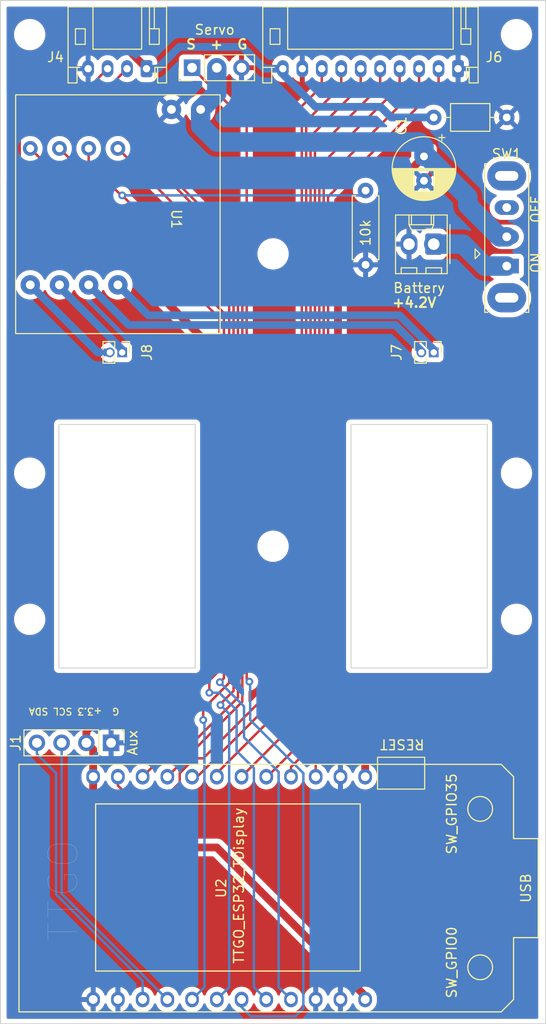
<source format=kicad_pcb>
(kicad_pcb (version 20211014) (generator pcbnew)
  (layers (0 "F.Cu" signal) (31 "B.Cu" signal) (34 "B.Paste" user) (35 "F.Paste" user) (36 "B.SilkS" user "B.Silkscreen") (37 "F.SilkS" user "F.Silkscreen") (38 "B.Mask" user) (39 "F.Mask" user) (44 "Edge.Cuts" user))
  (net 0 "")
  (net 1 "GPIO12")
  (net 2 "GPIO21")
  (net 3 "GPIO17")
  (net 4 "GPIO36")
  (net 5 "GND")
  (net 6 "GPIO22")
  (net 7 "GPIO2")
  (net 8 "GPIO15")
  (net 9 "GPIO13")
  (net 10 "+BATT")
  (net 11 "GPIO27")
  (net 12 "GPIO26")
  (net 13 "GPIO25")
  (net 14 "GPIO33")
  (net 15 "GPIO32")
  (net 16 "GPIO39")
  (net 17 "GPIO38")
  (net 18 "GPIO37")
  (net 19 "+3.3V")
  (net 20 "Net-(J7-Pad1)")
  (net 21 "Net-(J7-Pad2)")
  (net 22 "Net-(J8-Pad1)")
  (net 23 "Net-(J8-Pad2)")
  (net 24 "Net-(SW1-Pad1)")
  (footprint "Connector_PinHeader_1.27mm:PinHeader_1x02_P1.27mm_Vertical" (layer "F.Cu") (at 131.5 118.11 -90)
    (fp_text reference "J7" (at 0 3.81 90) (layer "F.SilkS"))
    (fp_text value "Motor L2" hide)
    (fp_line (start -1.11 0) (end -1.11 -0.76) (layer "F.SilkS") (width 0.12))
    (fp_line (start 0.30753 1.965) (end 1.11 1.965) (layer "F.SilkS") (width 0.12))
    (fp_line (start -1.11 0.76) (end -0.563471 0.76) (layer "F.SilkS") (width 0.12))
    (fp_line (start -1.11 -0.76) (end 0 -0.76) (layer "F.SilkS") (width 0.12))
    (fp_line (start 0.563471 0.76) (end 1.11 0.76) (layer "F.SilkS") (width 0.12))
    (fp_line (start -1.11 0.76) (end -1.11 1.965) (layer "F.SilkS") (width 0.12))
    (fp_line (start 1.11 0.76) (end 1.11 1.965) (layer "F.SilkS") (width 0.12))
    (fp_line (start -1.11 1.965) (end -0.30753 1.965) (layer "F.SilkS") (width 0.12))
    (pad "1" thru_hole rect (at 0 0 270) (size 1 1) (drill 0.65) (layers *.Cu *.Mask) (net 20 "Net-(J7-Pad1)"))
    (pad "2" thru_hole oval (at 0 1.27 270) (size 1 1) (drill 0.65) (layers *.Cu *.Mask) (net 21 "Net-(J7-Pad2)"))
  )
  (footprint "Connector_PinHeader_2.54mm:PinHeader_1x03_P2.54mm_Vertical" (layer "F.Cu") (at 106.68 88.9 90)
    (fp_text reference "J2" hide)
    (fp_text value "Servo" (at 3.9 2.32 180) (layer "F.SilkS"))
    (fp_line (start -1.33 1.27) (end 1.33 1.27) (layer "F.SilkS") (width 0.12))
    (fp_line (start -1.33 -1.33) (end 0 -1.33) (layer "F.SilkS") (width 0.12))
    (fp_line (start 1.33 1.27) (end 1.33 6.41) (layer "F.SilkS") (width 0.12))
    (fp_line (start -1.33 1.27) (end -1.33 6.41) (layer "F.SilkS") (width 0.12))
    (fp_line (start -1.33 6.41) (end 1.33 6.41) (layer "F.SilkS") (width 0.12))
    (fp_line (start -1.33 0) (end -1.33 -1.33) (layer "F.SilkS") (width 0.12))
    (pad "1" thru_hole rect (at 0 0 90) (size 1.7 1.7) (drill 1) (layers *.Cu *.Mask) (net 8 "GPIO15"))
    (pad "2" thru_hole oval (at 0 2.54 90) (size 1.7 1.7) (drill 1) (layers *.Cu *.Mask) (net 10 "+BATT"))
    (pad "3" thru_hole oval (at 0 5.08 90) (size 1.7 1.7) (drill 1) (layers *.Cu *.Mask) (net 5 "GND"))
  )
  (footprint "MountingHole:MountingHole_2.2mm_M2" (layer "F.Cu") (at 115 138)
    (fp_text reference "REFholecentre" hide)
    (fp_text value locked "MountingHole_2.2mm_M2" hide)
    (pad "" np_thru_hole circle locked (at 0 0) (size 2.2 2.2) (drill 2.2) (layers *.Cu *.Mask))
  )
  (footprint "ttgo-tdisplay-kicad:TTGO_ESP32_TDisplay_New" (layer "F.Cu") (at 110.49 173.079553 90)
    (fp_text reference "U2" (at -0.011 -0.819 90) (layer "F.SilkS"))
    (fp_text value "TTGO_ESP32_TDisplay" (at 0.25 1 90) (layer "F.SilkS"))
    (fp_text user "USB" (at 0 30.48 90 unlocked) (layer "F.SilkS"))
    (fp_text user "SW_GPIO35" (at 7.62 22.86 90 unlocked) (layer "F.SilkS"))
    (fp_text user "SW_GPIO0" (at -7.62 22.86 90 unlocked) (layer "F.SilkS"))
    (fp_text user "TTGO" (at -0.254 -17.018 90) (layer "F.SilkS") (effects (font (size 3 3) (thickness 0.015))))
    (fp_text user "RESET" (at 14.75 17.78 180 unlocked) (layer "F.SilkS"))
    (fp_line (start -12.7 -21.59) (end 12.7 -21.59) (layer "F.SilkS") (width 0.127))
    (fp_line (start -5.08 31.75) (end -5.08 29.21) (layer "F.SilkS") (width 0.127))
    (fp_line (start 5.08 29.21) (end 5.08 31.75) (layer "F.SilkS") (width 0.127))
    (fp_line (start -8.509 -13.716) (end 8.636 -13.716) (layer "F.SilkS") (width 0.127))
    (fp_line (start 12.7 27.94) (end 11.43 29.21) (layer "F.SilkS") (width 0.127))
    (fp_line (start 5.08 31.75) (end -5.08 31.75) (layer "F.SilkS") (width 0.127))
    (fp_line (start -11.43 29.21) (end -12.7 27.94) (layer "F.SilkS") (width 0.127))
    (fp_line (start -8.509 13.462) (end -8.509 -13.716) (layer "F.SilkS") (width 0.127))
    (fp_line (start 11.43 29.21) (end 5.08 29.21) (layer "F.SilkS") (width 0.127))
    (fp_line (start -5.08 29.21) (end -11.43 29.21) (layer "F.SilkS") (width 0.127))
    (fp_line (start 8.636 13.462) (end -8.509 13.462) (layer "F.SilkS") (width 0.127))
    (fp_line (start 12.7 -21.59) (end 12.7 27.94) (layer "F.SilkS") (width 0.127))
    (fp_line (start 8.636 -13.716) (end 8.636 13.462) (layer "F.SilkS") (width 0.127))
    (fp_line (start -12.7 27.94) (end -12.7 -21.59) (layer "F.SilkS") (width 0.127))
    (fp_rect (start 10.16 15.24) (end 13.422605 20.081341) (layer "F.SilkS") (width 0.12) (fill none))
    (fp_circle (center 8.128 25.781) (end 9.398 25.781) (layer "F.SilkS") (width 0.127) (fill none))
    (fp_circle (center -8.128 25.781) (end -6.858 25.781) (layer "F.SilkS") (width 0.127) (fill none))
    (pad "1" thru_hole oval (at -11.43 -13.97 90) (size 1.6 1.4) (drill 0.9) (layers *.Cu *.Mask) (net 5 "GND"))
    (pad "2" thru_hole oval (at -11.43 -11.43 90) (size 1.6 1.4) (drill 0.9) (layers *.Cu *.Mask) (net 5 "GND"))
    (pad "3" thru_hole oval (at -11.43 -8.89 90) (size 1.6 1.4) (drill 0.9) (layers *.Cu *.Mask) (net 2 "GPIO21"))
    (pad "4" thru_hole oval (at -11.43 -6.35 90) (size 1.6 1.4) (drill 0.9) (layers *.Cu *.Mask) (net 6 "GPIO22"))
    (pad "5" thru_hole oval (at -11.43 -3.81 90) (size 1.6 1.4) (drill 0.9) (layers *.Cu *.Mask) (net 3 "GPIO17"))
    (pad "6" thru_hole oval (at -11.43 -1.27 90) (size 1.6 1.4) (drill 0.9) (layers *.Cu *.Mask) (net 7 "GPIO2"))
    (pad "7" thru_hole oval (at -11.43 1.27 90) (size 1.6 1.4) (drill 0.9) (layers *.Cu *.Mask) (net 8 "GPIO15"))
    (pad "8" thru_hole oval (at -11.43 3.81 90) (size 1.6 1.4) (drill 0.9) (layers *.Cu *.Mask) (net 9 "GPIO13"))
    (pad "9" thru_hole oval (at -11.43 6.35 90) (size 1.6 1.4) (drill 0.9) (layers *.Cu *.Mask) (net 1 "GPIO12"))
    (pad "10" thru_hole oval (at -11.43 8.89 90) (size 1.6 1.4) (drill 0.9) (layers *.Cu *.Mask) (net 5 "GND"))
    (pad "11" thru_hole oval (at -11.43 11.43 90) (size 1.6 1.4) (drill 0.9) (layers *.Cu *.Mask) (net 5 "GND"))
    (pad "12" thru_hole oval (at -11.43 13.97 90) (size 1.6 1.4) (drill 0.9) (layers *.Cu *.Mask) (net 19 "+3.3V"))
    (pad "13" thru_hole oval (at 11.43 13.97 90) (size 1.6 1.4) (drill 0.9) (layers *.Cu *.Mask) (net 10 "+BATT"))
    (pad "14" thru_hole oval (at 11.43 11.43 90) (size 1.6 1.4) (drill 0.9) (layers *.Cu *.Mask) (net 5 "GND"))
    (pad "15" thru_hole oval (at 11.43 8.89 90) (size 1.6 1.4) (drill 0.9) (layers *.Cu *.Mask) (net 11 "GPIO27"))
    (pad "16" thru_hole oval (at 11.43 6.35 90) (size 1.6 1.4) (drill 0.9) (layers *.Cu *.Mask) (net 12 "GPIO26"))
    (pad "17" thru_hole oval (at 11.43 3.81 90) (size 1.6 1.4) (drill 0.9) (layers *.Cu *.Mask) (net 13 "GPIO25"))
    (pad "18" thru_hole oval (at 11.43 1.27 90) (size 1.6 1.4) (drill 0.9) (layers *.Cu *.Mask) (net 14 "GPIO33"))
    (pad "19" thru_hole oval (at 11.43 -1.27 90) (size 1.6 1.4) (drill 0.9) (layers *.Cu *.Mask) (net 15 "GPIO32"))
    (pad "20" thru_hole oval (at 11.43 -3.81 90) (size 1.6 1.4) (drill 0.9) (layers *.Cu *.Mask) (net 16 "GPIO39"))
    (pad "21" thru_hole oval (at 11.43 -6.35 90) (size 1.6 1.4) (drill 0.9) (layers *.Cu *.Mask) (net 17 "GPIO38"))
    (pad "22" thru_hole oval (at 11.43 -8.89 90) (size 1.6 1.4) (drill 0.9) (layers *.Cu *.Mask) (net 18 "GPIO37"))
    (pad "23" thru_hole oval (at 11.43 -11.43 90) (size 1.6 1.4) (drill 0.9) (layers *.Cu *.Mask) (net 4 "GPIO36"))
    (pad "24" thru_hole oval (at 11.43 -13.97 90) (size 1.6 1.4) (drill 0.9) (layers *.Cu *.Mask) (net 19 "+3.3V"))
  )
  (footprint "Capacitor_THT:C_Axial_L3.8mm_D2.6mm_P7.50mm_Horizontal" (layer "F.Cu") (at 139 94 180)
    (fp_text reference "C2" hide)
    (fp_text value "0.1uF")
    (fp_line (start 5.77 1.42) (end 5.77 -1.42) (layer "F.SilkS") (width 0.12))
    (fp_line (start 1.04 0) (end 1.73 0) (layer "F.SilkS") (width 0.12))
    (fp_line (start 1.73 -1.42) (end 1.73 1.42) (layer "F.SilkS") (width 0.12))
    (fp_line (start 6.46 0) (end 5.77 0) (layer "F.SilkS") (width 0.12))
    (fp_line (start 1.73 1.42) (end 5.77 1.42) (layer "F.SilkS") (width 0.12))
    (fp_line (start 5.77 -1.42) (end 1.73 -1.42) (layer "F.SilkS") (width 0.12))
    (pad "1" thru_hole circle (at 0 0 180) (size 1.6 1.6) (drill 0.8) (layers *.Cu *.Mask) (net 5 "GND"))
    (pad "2" thru_hole oval (at 7.5 0 180) (size 1.6 1.6) (drill 0.8) (layers *.Cu *.Mask) (net 19 "+3.3V"))
  )
  (footprint "Capacitor_THT:CP_Radial_D6.3mm_P2.50mm" (layer "F.Cu") (at 130.5 98 -90)
    (fp_text reference "C1" (at -3.14 2.31 90) (layer "F.SilkS"))
    (fp_text value "330uF")
    (fp_line (start 2.771 -2.856) (end 2.771 -1.04) (layer "F.SilkS") (width 0.12))
    (fp_line (start 2.611 1.04) (end 2.611 2.934) (layer "F.SilkS") (width 0.12))
    (fp_line (start 2.091 1.04) (end 2.091 3.121) (layer "F.SilkS") (width 0.12))
    (fp_line (start 3.731 -2.092) (end 3.731 2.092) (layer "F.SilkS") (width 0.12))
    (fp_line (start 3.011 -2.716) (end 3.011 -1.04) (layer "F.SilkS") (width 0.12))
    (fp_line (start 1.77 1.04) (end 1.77 3.189) (layer "F.SilkS") (width 0.12))
    (fp_line (start 3.251 1.04) (end 3.251 2.548) (layer "F.SilkS") (width 0.12))
    (fp_line (start 1.49 1.04) (end 1.49 3.222) (layer "F.SilkS") (width 0.12))
    (fp_line (start 1.971 -3.15) (end 1.971 -1.04) (layer "F.SilkS") (width 0.12))
    (fp_line (start 1.25 -3.23) (end 1.25 3.23) (layer "F.SilkS") (width 0.12))
    (fp_line (start 2.531 -2.97) (end 2.531 -1.04) (layer "F.SilkS") (width 0.12))
    (fp_line (start 1.69 -3.201) (end 1.69 -1.04) (layer "F.SilkS") (width 0.12))
    (fp_line (start 1.73 1.04) (end 1.73 3.195) (layer "F.SilkS") (width 0.12))
    (fp_line (start 4.211 -1.35) (end 4.211 1.35) (layer "F.SilkS") (width 0.12))
    (fp_line (start 3.131 1.04) (end 3.131 2.636) (layer "F.SilkS") (width 0.12))
    (fp_line (start 1.73 -3.195) (end 1.73 -1.04) (layer "F.SilkS") (width 0.12))
    (fp_line (start 3.451 1.04) (end 3.451 2.38) (layer "F.SilkS") (width 0.12))
    (fp_line (start 4.171 -1.432) (end 4.171 1.432) (layer "F.SilkS") (width 0.12))
    (fp_line (start 3.971 -1.776) (end 3.971 1.776) (layer "F.SilkS") (width 0.12))
    (fp_line (start 2.131 -3.11) (end 2.131 -1.04) (layer "F.SilkS") (width 0.12))
    (fp_line (start 2.931 1.04) (end 2.931 2.766) (layer "F.SilkS") (width 0.12))
    (fp_line (start 1.65 1.04) (end 1.65 3.206) (layer "F.SilkS") (width 0.12))
    (fp_line (start 2.811 1.04) (end 2.811 2.834) (layer "F.SilkS") (width 0.12))
    (fp_line (start 2.491 1.04) (end 2.491 2.986) (layer "F.SilkS") (width 0.12))
    (fp_line (start 3.371 -2.45) (end 3.371 -1.04) (layer "F.SilkS") (width 0.12))
    (fp_line (start 2.731 1.04) (end 2.731 2.876) (layer "F.SilkS") (width 0.12))
    (fp_line (start 1.61 -3.211) (end 1.61 -1.04) (layer "F.SilkS") (width 0.12))
    (fp_line (start 1.81 -3.182) (end 1.81 -1.04) (layer "F.SilkS") (width 0.12))
    (fp_line (start 4.451 -0.633) (end 4.451 0.633) (layer "F.SilkS") (width 0.12))
    (fp_line (start 2.091 -3.121) (end 2.091 -1.04) (layer "F.SilkS") (width 0.12))
    (fp_line (start 2.691 -2.896) (end 2.691 -1.04) (layer "F.SilkS") (width 0.12))
    (fp_line (start 1.77 -3.189) (end 1.77 -1.04) (layer "F.SilkS") (width 0.12))
    (fp_line (start 1.81 1.04) (end 1.81 3.182) (layer "F.SilkS") (width 0.12))
    (fp_line (start 3.331 1.04) (end 3.331 2.484) (layer "F.SilkS") (width 0.12))
    (fp_line (start 2.971 -2.742) (end 2.971 -1.04) (layer "F.SilkS") (width 0.12))
    (fp_line (start 2.211 1.04) (end 2.211 3.086) (layer "F.SilkS") (width 0.12))
    (fp_line (start 3.371 1.04) (end 3.371 2.45) (layer "F.SilkS") (width 0.12))
    (fp_line (start 2.891 -2.79) (end 2.891 -1.04) (layer "F.SilkS") (width 0.12))
    (fp_line (start 3.171 1.04) (end 3.171 2.607) (layer "F.SilkS") (width 0.12))
    (fp_line (start 4.251 -1.262) (end 4.251 1.262) (layer "F.SilkS") (width 0.12))
    (fp_line (start 2.331 -3.047) (end 2.331 -1.04) (layer "F.SilkS") (width 0.12))
    (fp_line (start 3.091 -2.664) (end 3.091 -1.04) (layer "F.SilkS") (width 0.12))
    (fp_line (start -2.250241 -1.839) (end -1.620241 -1.839) (layer "F.SilkS") (width 0.12))
    (fp_line (start 1.61 1.04) (end 1.61 3.211) (layer "F.SilkS") (width 0.12))
    (fp_line (start 3.091 1.04) (end 3.091 2.664) (layer "F.SilkS") (width 0.12))
    (fp_line (start 1.57 -3.215) (end 1.57 -1.04) (layer "F.SilkS") (width 0.12))
    (fp_line (start 1.89 1.04) (end 1.89 3.167) (layer "F.SilkS") (width 0.12))
    (fp_line (start 3.331 -2.484) (end 3.331 -1.04) (layer "F.SilkS") (width 0.12))
    (fp_line (start 3.131 -2.636) (end 3.131 -1.04) (layer "F.SilkS") (width 0.12))
    (fp_line (start 3.291 1.04) (end 3.291 2.516) (layer "F.SilkS") (width 0.12))
    (fp_line (start 2.691 1.04) (end 2.691 2.896) (layer "F.SilkS") (width 0.12))
    (fp_line (start 3.691 -2.137) (end 3.691 2.137) (layer "F.SilkS") (width 0.12))
    (fp_line (start 1.41 -3.227) (end 1.41 3.227) (layer "F.SilkS") (width 0.12))
    (fp_line (start 1.37 -3.228) (end 1.37 3.228) (layer "F.SilkS") (width 0.12))
    (fp_line (start 2.211 -3.086) (end 2.211 -1.04) (layer "F.SilkS") (width 0.12))
    (fp_line (start 2.451 1.04) (end 2.451 3.002) (layer "F.SilkS") (width 0.12))
    (fp_line (start 1.971 1.04) (end 1.971 3.15) (layer "F.SilkS") (width 0.12))
    (fp_line (start 2.651 -2.916) (end 2.651 -1.04) (layer "F.SilkS") (width 0.12))
    (fp_line (start 2.011 1.04) (end 2.011 3.141) (layer "F.SilkS") (width 0.12))
    (fp_line (start 2.891 1.04) (end 2.891 2.79) (layer "F.SilkS") (width 0.12))
    (fp_line (start 3.411 -2.416) (end 3.411 -1.04) (layer "F.SilkS") (width 0.12))
    (fp_line (start 3.491 1.04) (end 3.491 2.343) (layer "F.SilkS") (width 0.12))
    (fp_line (start 1.93 -3.159) (end 1.93 -1.04) (layer "F.SilkS") (width 0.12))
    (fp_line (start 3.811 -1.995) (end 3.811 1.995) (layer "F.SilkS") (width 0.12))
    (fp_line (start 4.331 -1.059) (end 4.331 1.059) (layer "F.SilkS") (width 0.12))
    (fp_line (start 4.091 -1.581) (end 4.091 1.581) (layer "F.SilkS") (width 0.12))
    (fp_line (start 2.051 -3.131) (end 2.051 -1.04) (layer "F.SilkS") (width 0.12))
    (fp_line (start 3.531 1.04) (end 3.531 2.305) (layer "F.SilkS") (width 0.12))
    (fp_line (start 3.851 -1.944) (end 3.851 1.944) (layer "F.SilkS") (width 0.12))
    (fp_line (start 1.93 1.04) (end 1.93 3.159) (layer "F.SilkS") (width 0.12))
    (fp_line (start 3.651 -2.182) (end 3.651 2.182) (layer "F.SilkS") (width 0.12))
    (fp_line (start 2.851 1.04) (end 2.851 2.812) (layer "F.SilkS") (width 0.12))
    (fp_line (start 3.611 -2.224) (end 3.611 2.224) (layer "F.SilkS") (width 0.12))
    (fp_line (start 2.811 -2.834) (end 2.811 -1.04) (layer "F.SilkS") (width 0.12))
    (fp_line (start 2.171 1.04) (end 2.171 3.098) (layer "F.SilkS") (width 0.12))
    (fp_line (start 2.291 -3.061) (end 2.291 -1.04) (layer "F.SilkS") (width 0.12))
    (fp_line (start 3.891 -1.89) (end 3.891 1.89) (layer "F.SilkS") (width 0.12))
    (fp_line (start -1.935241 -2.154) (end -1.935241 -1.524) (layer "F.SilkS") (width 0.12))
    (fp_line (start 2.851 -2.812) (end 2.851 -1.04) (layer "F.SilkS") (width 0.12))
    (fp_line (start 1.53 1.04) (end 1.53 3.218) (layer "F.SilkS") (width 0.12))
    (fp_line (start 3.011 1.04) (end 3.011 2.716) (layer "F.SilkS") (width 0.12))
    (fp_line (start 4.371 -0.94) (end 4.371 0.94) (layer "F.SilkS") (width 0.12))
    (fp_line (start 1.53 -3.218) (end 1.53 -1.04) (layer "F.SilkS") (width 0.12))
    (fp_line (start 2.491 -2.986) (end 2.491 -1.04) (layer "F.SilkS") (width 0.12))
    (fp_line (start 1.33 -3.23) (end 1.33 3.23) (layer "F.SilkS") (width 0.12))
    (fp_line (start 3.171 -2.607) (end 3.171 -1.04) (layer "F.SilkS") (width 0.12))
    (fp_line (start 3.411 1.04) (end 3.411 2.416) (layer "F.SilkS") (width 0.12))
    (fp_line (start 2.411 1.04) (end 2.411 3.018) (layer "F.SilkS") (width 0.12))
    (fp_line (start 3.291 -2.516) (end 3.291 -1.04) (layer "F.SilkS") (width 0.12))
    (fp_line (start 4.491 -0.402) (end 4.491 0.402) (layer "F.SilkS") (width 0.12))
    (fp_line (start 3.771 -2.044) (end 3.771 2.044) (layer "F.SilkS") (width 0.12))
    (fp_line (start 3.491 -2.343) (end 3.491 -1.04) (layer "F.SilkS") (width 0.12))
    (fp_line (start 2.291 1.04) (end 2.291 3.061) (layer "F.SilkS") (width 0.12))
    (fp_line (start 2.571 1.04) (end 2.571 2.952) (layer "F.SilkS") (width 0.12))
    (fp_line (start 3.051 1.04) (end 3.051 2.69) (layer "F.SilkS") (width 0.12))
    (fp_line (start 1.29 -3.23) (end 1.29 3.23) (layer "F.SilkS") (width 0.12))
    (fp_line (start 3.931 -1.834) (end 3.931 1.834) (layer "F.SilkS") (width 0.12))
    (fp_line (start 2.371 1.04) (end 2.371 3.033) (layer "F.SilkS") (width 0.12))
    (fp_line (start 2.531 1.04) (end 2.531 2.97) (layer "F.SilkS") (width 0.12))
    (fp_line (start 2.011 -3.141) (end 2.011 -1.04) (layer "F.SilkS") (width 0.12))
    (fp_line (start 1.45 -3.224) (end 1.45 3.224) (layer "F.SilkS") (width 0.12))
    (fp_line (start 2.371 -3.033) (end 2.371 -1.04) (layer "F.SilkS") (width 0.12))
    (fp_line (start 3.531 -2.305) (end 3.531 -1.04) (layer "F.SilkS") (width 0.12))
    (fp_line (start 3.451 -2.38) (end 3.451 -1.04) (layer "F.SilkS") (width 0.12))
    (fp_line (start 2.771 1.04) (end 2.771 2.856) (layer "F.SilkS") (width 0.12))
    (fp_line (start 2.331 1.04) (end 2.331 3.047) (layer "F.SilkS") (width 0.12))
    (fp_line (start 1.65 -3.206) (end 1.65 -1.04) (layer "F.SilkS") (width 0.12))
    (fp_line (start 2.931 -2.766) (end 2.931 -1.04) (layer "F.SilkS") (width 0.12))
    (fp_line (start 4.131 -1.509) (end 4.131 1.509) (layer "F.SilkS") (width 0.12))
    (fp_line (start 2.611 -2.934) (end 2.611 -1.04) (layer "F.SilkS") (width 0.12))
    (fp_line (start 1.85 -3.175) (end 1.85 -1.04) (layer "F.SilkS") (width 0.12))
    (fp_line (start 2.171 -3.098) (end 2.171 -1.04) (layer "F.SilkS") (width 0.12))
    (fp_line (start 4.051 -1.65) (end 4.051 1.65) (layer "F.SilkS") (width 0.12))
    (fp_line (start 2.051 1.04) (end 2.051 3.131) (layer "F.SilkS") (width 0.12))
    (fp_line (start 1.49 -3.222) (end 1.49 -1.04) (layer "F.SilkS") (width 0.12))
    (fp_line (start 2.571 -2.952) (end 2.571 -1.04) (layer "F.SilkS") (width 0.12))
    (fp_line (start 2.971 1.04) (end 2.971 2.742) (layer "F.SilkS") (width 0.12))
    (fp_line (start 2.731 -2.876) (end 2.731 -1.04) (layer "F.SilkS") (width 0.12))
    (fp_line (start 3.051 -2.69) (end 3.051 -1.04) (layer "F.SilkS") (width 0.12))
    (fp_line (start 2.411 -3.018) (end 2.411 -1.04) (layer "F.SilkS") (width 0.12))
    (fp_line (start 2.251 -3.074) (end 2.251 -1.04) (layer "F.SilkS") (width 0.12))
    (fp_line (start 4.411 -0.802) (end 4.411 0.802) (layer "F.SilkS") (width 0.12))
    (fp_line (start 4.291 -1.165) (end 4.291 1.165) (layer "F.SilkS") (width 0.12))
    (fp_line (start 2.131 1.04) (end 2.131 3.11) (layer "F.SilkS") (width 0.12))
    (fp_line (start 3.211 1.04) (end 3.211 2.578) (layer "F.SilkS") (width 0.12))
    (fp_line (start 2.251 1.04) (end 2.251 3.074) (layer "F.SilkS") (width 0.12))
    (fp_line (start 3.211 -2.578) (end 3.211 -1.04) (layer "F.SilkS") (width 0.12))
    (fp_line (start 1.57 1.04) (end 1.57 3.215) (layer "F.SilkS") (width 0.12))
    (fp_line (start 2.651 1.04) (end 2.651 2.916) (layer "F.SilkS") (width 0.12))
    (fp_line (start 3.571 -2.265) (end 3.571 2.265) (layer "F.SilkS") (width 0.12))
    (fp_line (start 1.69 1.04) (end 1.69 3.201) (layer "F.SilkS") (width 0.12))
    (fp_line (start 1.85 1.04) (end 1.85 3.175) (layer "F.SilkS") (width 0.12))
    (fp_line (start 3.251 -2.548) (end 3.251 -1.04) (layer "F.SilkS") (width 0.12))
    (fp_line (start 1.89 -3.167) (end 1.89 -1.04) (layer "F.SilkS") (width 0.12))
    (fp_line (start 2.451 -3.002) (end 2.451 -1.04) (layer "F.SilkS") (width 0.12))
    (fp_line (start 4.011 -1.714) (end 4.011 1.714) (layer "F.SilkS") (width 0.12))
    (fp_circle (center 1.25 0) (end 4.52 0) (layer "F.SilkS") (width 0.12) (fill none))
    (pad "1" thru_hole rect (at 0 0 270) (size 1.6 1.6) (drill 0.8) (layers *.Cu *.Mask) (net 10 "+BATT"))
    (pad "2" thru_hole circle (at 2.5 0 270) (size 1.6 1.6) (drill 0.8) (layers *.Cu *.Mask) (net 5 "GND"))
  )
  (footprint "Connector_Molex:Molex_KK-254_AE-6410-02A_1x02_P2.54mm_Vertical" (layer "F.Cu") (at 131.5 107 180)
    (fp_text reference "J3" hide)
    (fp_text value "Battery" (at 1.5 -4.5) (layer "F.SilkS"))
    (fp_line (start 0 2.99) (end 0 1.99) (layer "F.SilkS") (width 0.12))
    (fp_line (start 0.25 1.46) (end 2.29 1.46) (layer "F.SilkS") (width 0.12))
    (fp_line (start -1.38 2.99) (end 3.92 2.99) (layer "F.SilkS") (width 0.12))
    (fp_line (start 3.34 -2.43) (end 3.34 -3.03) (layer "F.SilkS") (width 0.12))
    (fp_line (start 2.29 1.46) (end 2.54 1.99) (layer "F.SilkS") (width 0.12))
    (fp_line (start 0.8 -2.43) (end 0.8 -3.03) (layer "F.SilkS") (width 0.12))
    (fp_line (start 2.29 2.99) (end 2.29 1.99) (layer "F.SilkS") (width 0.12))
    (fp_line (start -1.67 -2) (end -1.67 2) (layer "F.SilkS") (width 0.12))
    (fp_line (start -1.38 -3.03) (end -1.38 2.99) (layer "F.SilkS") (width 0.12))
    (fp_line (start 1.74 -3.03) (end 1.74 -2.43) (layer "F.SilkS") (width 0.12))
    (fp_line (start 0 1.99) (end 2.54 1.99) (layer "F.SilkS") (width 0.12))
    (fp_line (start -0.8 -2.43) (end 0.8 -2.43) (layer "F.SilkS") (width 0.12))
    (fp_line (start 0.25 2.99) (end 0.25 1.99) (layer "F.SilkS") (width 0.12))
    (fp_line (start 1.74 -2.43) (end 3.34 -2.43) (layer "F.SilkS") (width 0.12))
    (fp_line (start -0.8 -3.03) (end -0.8 -2.43) (layer "F.SilkS") (width 0.12))
    (fp_line (start 2.54 1.99) (end 2.54 2.99) (layer "F.SilkS") (width 0.12))
    (fp_line (start 0 1.99) (end 0.25 1.46) (layer "F.SilkS") (width 0.12))
    (fp_line (start 3.92 2.99) (end 3.92 -3.03) (layer "F.SilkS") (width 0.12))
    (fp_line (start 3.92 -3.03) (end -1.38 -3.03) (layer "F.SilkS") (width 0.12))
    (pad "1" thru_hole roundrect (at 0 0 180) (size 1.74 2.19) (drill 1.19) (layers *.Cu *.Mask) (roundrect_rratio 0.1436781609) (net 24 "Net-(SW1-Pad1)"))
    (pad "2" thru_hole oval (at 2.54 0 180) (size 1.74 2.19) (drill 1.19) (layers *.Cu *.Mask) (net 5 "GND"))
  )
  (footprint "MountingHole:MountingHole_2.2mm_M2" (layer "F.Cu") (at 90 130.5)
    (fp_text reference "REFleftmf" hide)
    (fp_text value locked "MountingHole_2.2mm_M2" hide)
    (pad "" np_thru_hole circle locked (at 0 0) (size 2.2 2.2) (drill 2.2) (layers *.Cu *.Mask))
  )
  (footprint "MountingHole:MountingHole_2.2mm_M2" (layer "F.Cu") (at 140 85.5)
    (fp_text reference "REFholeright" hide)
    (fp_text value locked "MountingHole_2.2mm_M2" hide)
    (pad "" np_thru_hole circle locked (at 0 0) (size 2.2 2.2) (drill 2.2) (layers *.Cu *.Mask))
  )
  (footprint "MountingHole:MountingHole_2.2mm_M2" (layer "F.Cu") (at 90 145.5)
    (fp_text reference "REFholeftmr" hide)
    (fp_text value locked "MountingHole_2.2mm_M2" hide)
    (pad "" np_thru_hole circle locked (at 0 0) (size 2.2 2.2) (drill 2.2) (layers *.Cu *.Mask))
  )
  (footprint "MountingHole:MountingHole_2.2mm_M2" (layer "F.Cu") (at 115 108)
    (fp_text reference "REFholemidfront" hide)
    (fp_text value locked "MountingHole_2.2mm_M2" hide)
    (pad "" np_thru_hole circle locked (at 0 0) (size 2.2 2.2) (drill 2.2) (layers *.Cu *.Mask))
  )
  (footprint "Connector_JST:JST_PH_S10B-PH-K_1x10_P2.00mm_Horizontal" (layer "F.Cu") (at 134 89 180)
    (fp_text reference "J6" (at -3.7 1.18 180) (layer "F.SilkS"))
    (fp_text value "Sensors")
    (fp_line (start 20.06 -1.46) (end 19.14 -1.46) (layer "F.SilkS") (width 0.12))
    (fp_line (start 19.14 0.14) (end 18.86 0.14) (layer "F.SilkS") (width 0.12))
    (fp_line (start -0.86 0.14) (end -0.86 -1.075) (layer "F.SilkS") (width 0.12))
    (fp_line (start -1.14 0.14) (end -1.14 -1.46) (layer "F.SilkS") (width 0.12))
    (fp_line (start 0.5 6.36) (end 0.5 2) (layer "F.SilkS") (width 0.12))
    (fp_line (start -2.06 6.36) (end 20.06 6.36) (layer "F.SilkS") (width 0.12))
    (fp_line (start 19.14 -1.46) (end 19.14 0.14) (layer "F.SilkS") (width 0.12))
    (fp_line (start -0.3 4.1) (end -0.3 2.5) (layer "F.SilkS") (width 0.12))
    (fp_line (start -0.3 2.5) (end -1.3 2.5) (layer "F.SilkS") (width 0.12))
    (fp_line (start 19.3 2.5) (end 19.3 4.1) (layer "F.SilkS") (width 0.12))
    (fp_line (start -0.86 0.14) (end -1.14 0.14) (layer "F.SilkS") (width 0.12))
    (fp_line (start 19.3 4.1) (end 18.3 4.1) (layer "F.SilkS") (width 0.12))
    (fp_line (start -0.3 4.1) (end -0.3 6.36) (layer "F.SilkS") (width 0.12))
    (fp_line (start 18.3 4.1) (end 18.3 2.5) (layer "F.SilkS") (width 0.12))
    (fp_line (start 20.06 0.14) (end 19.14 0.14) (layer "F.SilkS") (width 0.12))
    (fp_line (start 20.06 6.36) (end 20.06 -1.46) (layer "F.SilkS") (width 0.12))
    (fp_line (start -0.8 4.1) (end -0.8 6.36) (layer "F.SilkS") (width 0.12))
    (fp_line (start 17.5 2) (end 17.5 6.36) (layer "F.SilkS") (width 0.12))
    (fp_line (start -1.3 4.1) (end -0.3 4.1) (layer "F.SilkS") (width 0.12))
    (fp_line (start 18.3 2.5) (end 19.3 2.5) (layer "F.SilkS") (width 0.12))
    (fp_line (start -2.06 -1.46) (end -2.06 6.36) (layer "F.SilkS") (width 0.12))
    (fp_line (start -1.3 2.5) (end -1.3 4.1) (layer "F.SilkS") (width 0.12))
    (fp_line (start -2.06 0.14) (end -1.14 0.14) (layer "F.SilkS") (width 0.12))
    (fp_line (start -1.14 -1.46) (end -2.06 -1.46) (layer "F.SilkS") (width 0.12))
    (fp_line (start 0.5 2) (end 17.5 2) (layer "F.SilkS") (width 0.12))
    (pad "1" thru_hole roundrect (at 0 0 180) (size 1.2 1.75) (drill 0.75) (layers *.Cu *.Mask) (roundrect_rratio 0.208333) (net 5 "GND"))
    (pad "2" thru_hole oval (at 2 0 180) (size 1.2 1.75) (drill 0.75) (layers *.Cu *.Mask) (net 11 "GPIO27"))
    (pad "3" thru_hole oval (at 4 0 180) (size 1.2 1.75) (drill 0.75) (layers *.Cu *.Mask) (net 12 "GPIO26"))
    (pad "4" thru_hole oval (at 6 0 180) (size 1.2 1.75) (drill 0.75) (layers *.Cu *.Mask) (net 13 "GPIO25"))
    (pad "5" thru_hole oval (at 8 0 180) (size 1.2 1.75) (drill 0.75) (layers *.Cu *.Mask) (net 14 "GPIO33"))
    (pad "6" thru_hole oval (at 10 0 180) (size 1.2 1.75) (drill 0.75) (layers *.Cu *.Mask) (net 15 "GPIO32"))
    (pad "7" thru_hole oval (at 12 0 180) (size 1.2 1.75) (drill 0.75) (layers *.Cu *.Mask) (net 16 "GPIO39"))
    (pad "8" thru_hole oval (at 14 0 180) (size 1.2 1.75) (drill 0.75) (layers *.Cu *.Mask) (net 4 "GPIO36"))
    (pad "9" thru_hole oval (at 16 0 180) (size 1.2 1.75) (drill 0.75) (layers *.Cu *.Mask) (net 5 "GND"))
    (pad "10" thru_hole oval (at 18 0 180) (size 1.2 1.75) (drill 0.75) (layers *.Cu *.Mask) (net 19 "+3.3V"))
  )
  (footprint "Connector_PinHeader_2.54mm:PinHeader_1x04_P2.54mm_Vertical" (layer "F.Cu") (at 98.360864 158.173357 -90)
    (fp_text reference "J1" (at 0 9.8 90) (layer "F.SilkS"))
    (fp_text value "Aux" (at 0 -2.2 90) (layer "F.SilkS"))
    (fp_line (start 1.33 1.27) (end 1.33 8.95) (layer "F.SilkS") (width 0.12))
    (fp_line (start -1.33 0) (end -1.33 -1.33) (layer "F.SilkS") (width 0.12))
    (fp_line (start -1.33 1.27) (end 1.33 1.27) (layer "F.SilkS") (width 0.12))
    (fp_line (start -1.33 8.95) (end 1.33 8.95) (layer "F.SilkS") (width 0.12))
    (fp_line (start -1.33 -1.33) (end 0 -1.33) (layer "F.SilkS") (width 0.12))
    (fp_line (start -1.33 1.27) (end -1.33 8.95) (layer "F.SilkS") (width 0.12))
    (pad "1" thru_hole rect (at 0 0 270) (size 1.7 1.7) (drill 1) (layers *.Cu *.Mask) (net 5 "GND"))
    (pad "2" thru_hole oval (at 0 2.54 270) (size 1.7 1.7) (drill 1) (layers *.Cu *.Mask) (net 19 "+3.3V"))
    (pad "3" thru_hole oval (at 0 5.08 270) (size 1.7 1.7) (drill 1) (layers *.Cu *.Mask) (net 6 "GPIO22"))
    (pad "4" thru_hole oval (at 0 7.62 270) (size 1.7 1.7) (drill 1) (layers *.Cu *.Mask) (net 2 "GPIO21"))
  )
  (footprint "MountingHole:MountingHole_2.2mm_M2" (layer "F.Cu") (at 140 130.5)
    (fp_text reference "REFholerightmf" hide)
    (fp_text value locked "MountingHole_2.2mm_M2" hide)
    (pad "" np_thru_hole circle locked (at 0 0) (size 2.2 2.2) (drill 2.2) (layers *.Cu *.Mask))
  )
  (footprint "MountingHole:MountingHole_2.2mm_M2" (layer "F.Cu") (at 140 145.5)
    (fp_text reference "REFholerightmr" hide)
    (fp_text value locked "MountingHole_2.2mm_M2" hide)
    (pad "" np_thru_hole circle locked (at 0 0) (size 2.2 2.2) (drill 2.2) (layers *.Cu *.Mask))
  )
  (footprint "Resistor_THT:R_Axial_DIN0207_L6.3mm_D2.5mm_P7.62mm_Horizontal" (layer "F.Cu") (at 124.5 101.5 -90)
    (fp_text reference "R1" hide)
    (fp_text value "10k" (at 4.334617 0 90) (layer "F.SilkS"))
    (fp_line (start 0.54 -1.37) (end 7.08 -1.37) (layer "F.SilkS") (width 0.12))
    (fp_line (start 0.54 -1.04) (end 0.54 -1.37) (layer "F.SilkS") (width 0.12))
    (fp_line (start 0.54 1.04) (end 0.54 1.37) (layer "F.SilkS") (width 0.12))
    (fp_line (start 0.54 1.37) (end 7.08 1.37) (layer "F.SilkS") (width 0.12))
    (fp_line (start 7.08 -1.37) (end 7.08 -1.04) (layer "F.SilkS") (width 0.12))
    (fp_line (start 7.08 1.37) (end 7.08 1.04) (layer "F.SilkS") (width 0.12))
    (pad "1" thru_hole circle (at 0 0 270) (size 1.6 1.6) (drill 0.8) (layers *.Cu *.Mask) (net 3 "GPIO17"))
    (pad "2" thru_hole oval (at 7.62 0 270) (size 1.6 1.6) (drill 0.8) (layers *.Cu *.Mask) (net 5 "GND"))
  )
  (footprint "MyMotorDrivers:mx1508x" (layer "F.Cu") (at 100.06 106.68 -90)
    (fp_text reference "U1" (at -2.25 -5 -90 unlocked) (layer "F.SilkS"))
    (fp_text value "mx1508x")
    (fp_rect (start -15 -9.5) (end 9.5 11.5) (layer "F.SilkS") (width 0.12) (fill none))
    (pad "1" thru_hole circle (at -9.5 1 270) (size 1.524 1.524) (drill 0.8) (layers *.Cu *.Mask) (net 7 "GPIO2"))
    (pad "2" thru_hole circle (at -9.5 4 270) (size 1.524 1.524) (drill 0.8) (layers *.Cu *.Mask) (net 3 "GPIO17"))
    (pad "3" thru_hole circle (at -9.5 7 270) (size 1.524 1.524) (drill 0.8) (layers *.Cu *.Mask) (net 1 "GPIO12"))
    (pad "4" thru_hole circle (at -9.5 10 270) (size 1.524 1.524) (drill 0.8) (layers *.Cu *.Mask) (net 9 "GPIO13"))
    (pad "5" thru_hole circle (at 4.5 1 270) (size 2 2) (drill 0.9) (layers *.Cu *.Mask) (net 20 "Net-(J7-Pad1)"))
    (pad "6" thru_hole circle (at 4.5 4 270) (size 2 2) (drill 0.9) (layers *.Cu *.Mask) (net 21 "Net-(J7-Pad2)"))
    (pad "7" thru_hole circle (at 4.5 7 270) (size 2 2) (drill 0.9) (layers *.Cu *.Mask) (net 22 "Net-(J8-Pad1)"))
    (pad "8" thru_hole circle (at 4.5 10 270) (size 2 2) (drill 0.9) (layers *.Cu *.Mask) (net 23 "Net-(J8-Pad2)"))
    (pad "9" thru_hole circle (at -13.5 -7.5 270) (size 2 2) (drill 0.9) (layers *.Cu *.Mask) (net 10 "+BATT"))
    (pad "10" thru_hole circle (at -13.5 -4.5 270) (size 2 2) (drill 0.9) (layers *.Cu *.Mask) (net 5 "GND"))
  )
  (footprint "Connector_PinHeader_1.27mm:PinHeader_1x02_P1.27mm_Vertical" (layer "F.Cu") (at 99.5 118.11 -90)
    (fp_text reference "J8" (at 0 -2.54 90) (layer "F.SilkS"))
    (fp_text value "Motor R2" hide)
    (fp_line (start 0.30753 1.965) (end 1.11 1.965) (layer "F.SilkS") (width 0.12))
    (fp_line (start 1.11 0.76) (end 1.11 1.965) (layer "F.SilkS") (width 0.12))
    (fp_line (start -1.11 0) (end -1.11 -0.76) (layer "F.SilkS") (width 0.12))
    (fp_line (start 0.563471 0.76) (end 1.11 0.76) (layer "F.SilkS") (width 0.12))
    (fp_line (start -1.11 0.76) (end -1.11 1.965) (layer "F.SilkS") (width 0.12))
    (fp_line (start -1.11 -0.76) (end 0 -0.76) (layer "F.SilkS") (width 0.12))
    (fp_line (start -1.11 0.76) (end -0.563471 0.76) (layer "F.SilkS") (width 0.12))
    (fp_line (start -1.11 1.965) (end -0.30753 1.965) (layer "F.SilkS") (width 0.12))
    (pad "1" thru_hole rect (at 0 0 270) (size 1 1) (drill 0.65) (layers *.Cu *.Mask) (net 22 "Net-(J8-Pad1)"))
    (pad "2" thru_hole oval (at 0 1.27 270) (size 1 1) (drill 0.65) (layers *.Cu *.Mask) (net 23 "Net-(J8-Pad2)"))
  )
  (footprint "MyPassives:SW_Slide_1P1T_Power-Neil" (layer "F.Cu") (at 139 110 90)
    (fp_text reference "SW1" (at 12.25 0) (layer "F.SilkS"))
    (fp_text value "POWER" hide)
    (fp_line (start -4 -2.26) (end 11.25 -2.26) (layer "F.SilkS") (width 0.12))
    (fp_line (start -4 2.26) (end -4 1.95) (layer "F.SilkS") (width 0.12))
    (fp_line (start -4 -1.95) (end -4 -2.26) (layer "F.SilkS") (width 0.12))
    (fp_line (start 11.25 -2.26) (end 11.25 -1.95) (layer "F.SilkS") (width 0.12))
    (fp_line (start 11.25 2.26) (end -4 2.26) (layer "F.SilkS") (width 0.12))
    (fp_line (start 11.25 2.26) (end 11.25 1.95) (layer "F.SilkS") (width 0.12))
    (fp_line (start 2.5 -3.25) (end 1.5 -3.25) (layer "F.SilkS") (width 0.12))
    (fp_line (start 2 -2.75) (end 2.5 -3.25) (layer "F.SilkS") (width 0.12))
    (fp_line (start 1.5 -3.25) (end 2 -2.75) (layer "F.SilkS") (width 0.12))
    (pad "" thru_hole oval locked (at 10 0 90) (size 3 4) (drill oval 1 2.4) (layers *.Cu *.Mask))
    (pad "" thru_hole oval locked (at -2.5 0 90) (size 3 4) (drill oval 1 2.4) (layers *.Cu *.Mask))
    (pad "1" thru_hole rect locked (at 0.75 0 90) (size 1.5 2.5) (drill 0.9) (layers *.Cu *.Mask) (net 24 "Net-(SW1-Pad1)"))
    (pad "2" thru_hole oval locked (at 3.75 0 90) (size 1.5 2.5) (drill 0.9) (layers *.Cu *.Mask) (net 10 "+BATT"))
    (pad "3" thru_hole oval locked (at 6.75 0 90) (size 1.5 2.5) (drill 0.9) (layers *.Cu *.Mask))
  )
  (footprint "MountingHole:MountingHole_2.2mm_M2" (layer "F.Cu") (at 90 85.5)
    (fp_text reference "REFholeleft" hide)
    (fp_text value locked "MountingHole_2.2mm_M2" hide)
    (pad "" np_thru_hole circle locked (at 0 0) (size 2.2 2.2) (drill 2.2) (layers *.Cu *.Mask))
  )
  (footprint "Connector_JST:JST_PH_S4B-PH-K_1x04_P2.00mm_Horizontal" (layer "F.Cu") (at 102 89 180)
    (fp_text reference "J4" (at 9.35 1.18) (layer "F.SilkS"))
    (fp_text value "Encoder")
    (fp_line (start 0.5 6.36) (end 0.5 2) (layer "F.SilkS") (width 0.12))
    (fp_line (start -2.06 -1.46) (end -2.06 6.36) (layer "F.SilkS") (width 0.12))
    (fp_line (start -2.06 0.14) (end -1.14 0.14) (layer "F.SilkS") (width 0.12))
    (fp_line (start -0.3 4.1) (end -0.3 6.36) (layer "F.SilkS") (width 0.12))
    (fp_line (start 6.3 4.1) (end 6.3 2.5) (layer "F.SilkS") (width 0.12))
    (fp_line (start -0.8 4.1) (end -0.8 6.36) (layer "F.SilkS") (width 0.12))
    (fp_line (start -0.3 4.1) (end -0.3 2.5) (layer "F.SilkS") (width 0.12))
    (fp_line (start 8.06 6.36) (end 8.06 -1.46) (layer "F.SilkS") (width 0.12))
    (fp_line (start 7.14 0.14) (end 6.86 0.14) (layer "F.SilkS") (width 0.12))
    (fp_line (start 7.3 4.1) (end 6.3 4.1) (layer "F.SilkS") (width 0.12))
    (fp_line (start 7.14 -1.46) (end 7.14 0.14) (layer "F.SilkS") (width 0.12))
    (fp_line (start -1.14 -1.46) (end -2.06 -1.46) (layer "F.SilkS") (width 0.12))
    (fp_line (start 8.06 0.14) (end 7.14 0.14) (layer "F.SilkS") (width 0.12))
    (fp_line (start -1.14 0.14) (end -1.14 -1.46) (layer "F.SilkS") (width 0.12))
    (fp_line (start 5.5 2) (end 5.5 6.36) (layer "F.SilkS") (width 0.12))
    (fp_line (start -0.86 0.14) (end -1.14 0.14) (layer "F.SilkS") (width 0.12))
    (fp_line (start -0.86 0.14) (end -0.86 -1.075) (layer "F.SilkS") (width 0.12))
    (fp_line (start 0.5 2) (end 5.5 2) (layer "F.SilkS") (width 0.12))
    (fp_line (start 6.3 2.5) (end 7.3 2.5) (layer "F.SilkS") (width 0.12))
    (fp_line (start -0.3 2.5) (end -1.3 2.5) (layer "F.SilkS") (width 0.12))
    (fp_line (start 8.06 -1.46) (end 7.14 -1.46) (layer "F.SilkS") (width 0.12))
    (fp_line (start -1.3 2.5) (end -1.3 4.1) (layer "F.SilkS") (width 0.12))
    (fp_line (start -2.06 6.36) (end 8.06 6.36) (layer "F.SilkS") (width 0.12))
    (fp_line (start 7.3 2.5) (end 7.3 4.1) (layer "F.SilkS") (width 0.12))
    (fp_line (start -1.3 4.1) (end -0.3 4.1) (layer "F.SilkS") (width 0.12))
    (pad "1" thru_hole roundrect (at 0 0 180) (size 1.2 1.75) (drill 0.75) (layers *.Cu *.Mask) (roundrect_rratio 0.208333) (net 19 "+3.3V"))
    (pad "2" thru_hole oval (at 2 0 180) (size 1.2 1.75) (drill 0.75) (layers *.Cu *.Mask) (net 17 "GPIO38"))
    (pad "3" thru_hole oval (at 4 0 180) (size 1.2 1.75) (drill 0.75) (layers *.Cu *.Mask) (net 18 "GPIO37"))
    (pad "4" thru_hole oval (at 6 0 180) (size 1.2 1.75) (drill 0.75) (layers *.Cu *.Mask) (net 5 "GND"))
  )
  (gr_line (start 87 187) (end 87 82) (layer "Edge.Cuts") (width 0.1))
  (gr_line (start 143 187) (end 87 187) (layer "Edge.Cuts") (width 0.1))
  (gr_rect (start 93 125.5) (end 107 150.5) (layer "Edge.Cuts") (width 0.1) (fill none))
  (gr_line (start 143 82) (end 143 187) (layer "Edge.Cuts") (width 0.1))
  (gr_rect (start 123 125.5) (end 137 150.5) (layer "Edge.Cuts") (width 0.1) (fill none))
  (gr_line (start 87 82) (end 143 82) (layer "Edge.Cuts") (width 0.1))
  (gr_text "+4.2V" (at 129.5 113) (layer "F.SilkS") (effects (font (size 1 1) (thickness 0.2))))
  (gr_text "G  +3.3 SCL SDA" (at 94.560864 154.94 180) (layer "F.SilkS") (effects (font (size 0.7 0.7) (thickness 0.125))))
  (gr_text "ON    OFF" (at 142 106 90) (layer "F.SilkS") (effects (font (size 1 1))))
  (gr_text "S  +  G" (at 109.22 86.5) (layer "F.SilkS") (effects (font (size 1 1) (thickness 0.2))))
  (segment (start 109.95 151.5344) (end 109.95 114.07) (width 0.25) (layer "F.Cu") (net 1))
  (segment (start 109.95 114.07) (end 93.06 97.18) (width 0.25) (layer "F.Cu") (net 1))
  (segment (start 109.5332 151.9512) (end 109.95 151.5344) (width 0.25) (layer "F.Cu") (net 1))
  (via (at 109.5332 151.9512) (size 0.8) (drill 0.4) (layers "F.Cu" "B.Cu") (net 1))
  (segment (start 112.014 157.607) (end 115.57 161.163) (width 0.25) (layer "B.Cu") (net 1))
  (segment (start 112.014 154.432) (end 112.014 157.607) (width 0.25) (layer "B.Cu") (net 1))
  (segment (start 115.57 183.239553) (end 116.84 184.509553) (width 0.25) (layer "B.Cu") (net 1))
  (segment (start 109.5332 151.9512) (end 112.014 154.432) (width 0.25) (layer "B.Cu") (net 1))
  (segment (start 115.57 161.163) (end 115.57 183.239553) (width 0.25) (layer "B.Cu") (net 1))
  (segment (start 90.740864 158.173357) (end 90.740864 159.320864) (width 0.25) (layer "B.Cu") (net 2))
  (segment (start 90.740864 159.320864) (end 92.71 161.29) (width 0.25) (layer "B.Cu") (net 2))
  (segment (start 92.71 173.715949) (end 101.6 182.605949) (width 0.25) (layer "B.Cu") (net 2))
  (segment (start 101.6 182.605949) (end 101.6 184.509553) (width 0.25) (layer "B.Cu") (net 2))
  (segment (start 92.71 161.29) (end 92.71 173.715949) (width 0.25) (layer "B.Cu") (net 2))
  (segment (start 99.5 102) (end 99.4 102) (width 0.25) (layer "F.Cu") (net 3))
  (segment (start 99.4 102) (end 96.06 98.66) (width 0.25) (layer "F.Cu") (net 3))
  (segment (start 110.49 152.019) (end 110.49 112.99) (width 0.25) (layer "F.Cu") (net 3))
  (segment (start 107.823 155.829) (end 107.823 154.686) (width 0.25) (layer "F.Cu") (net 3))
  (segment (start 110.49 112.99) (end 99.5 102) (width 0.25) (layer "F.Cu") (net 3))
  (segment (start 107.823 154.686) (end 110.49 152.019) (width 0.25) (layer "F.Cu") (net 3))
  (segment (start 96.06 98.66) (end 96.06 97.18) (width 0.25) (layer "F.Cu") (net 3))
  (via (at 107.823 155.829) (size 0.8) (drill 0.4) (layers "F.Cu" "B.Cu") (net 3))
  (via (at 99.5 102) (size 0.8) (drill 0.4) (layers "F.Cu" "B.Cu") (net 3))
  (segment (start 124 102) (end 124.5 101.5) (width 0.25) (layer "B.Cu") (net 3))
  (segment (start 99.5 102) (end 124 102) (width 0.25) (layer "B.Cu") (net 3))
  (segment (start 107.95 155.956) (end 107.95 183.239553) (width 0.25) (layer "B.Cu") (net 3))
  (segment (start 107.95 183.239553) (end 106.68 184.509553) (width 0.25) (layer "B.Cu") (net 3))
  (segment (start 107.823 155.829) (end 107.95 155.956) (width 0.25) (layer "B.Cu") (net 3))
  (segment (start 107.823 159.766) (end 117.95 149.639) (width 0.25) (layer "F.Cu") (net 4))
  (segment (start 106.934 159.766) (end 107.823 159.766) (width 0.25) (layer "F.Cu") (net 4))
  (segment (start 103.824561 163.83) (end 105.41 162.244561) (width 0.25) (layer "F.Cu") (net 4))
  (segment (start 105.41 162.244561) (end 105.41 161.29) (width 0.25) (layer "F.Cu") (net 4))
  (segment (start 99.06 161.649553) (end 99.06 162.56) (width 0.25) (layer "F.Cu") (net 4))
  (segment (start 117.95 92.84) (end 120 90.79) (width 0.25) (layer "F.Cu") (net 4))
  (segment (start 99.06 162.56) (end 100.33 163.83) (width 0.25) (layer "F.Cu") (net 4))
  (segment (start 120 90.79) (end 120 89) (width 0.25) (layer "F.Cu") (net 4))
  (segment (start 105.41 161.29) (end 106.934 159.766) (width 0.25) (layer "F.Cu") (net 4))
  (segment (start 100.33 163.83) (end 103.824561 163.83) (width 0.25) (layer "F.Cu") (net 4))
  (segment (start 117.95 149.639) (end 117.95 92.84) (width 0.25) (layer "F.Cu") (net 4))
  (segment (start 93.280864 173.650417) (end 104.14 184.509553) (width 0.25) (layer "B.Cu") (net 6))
  (segment (start 93.280864 158.173357) (end 93.280864 173.650417) (width 0.25) (layer "B.Cu") (net 6))
  (segment (start 109.596701 154.182299) (end 110.94 152.839) (width 0.25) (layer "F.Cu") (net 7))
  (segment (start 109.596701 154.300701) (end 109.596701 154.182299) (width 0.25) (layer "F.Cu") (net 7))
  (segment (start 110.94 109.06) (end 99.06 97.18) (width 0.25) (layer "F.Cu") (net 7))
  (segment (start 110.94 152.839) (end 110.94 109.06) (width 0.25) (layer "F.Cu") (net 7))
  (via (at 109.596701 154.300701) (size 0.8) (drill 0.4) (layers "F.Cu" "B.Cu") (net 7))
  (segment (start 110.49 183.239553) (end 109.22 184.509553) (width 0.25) (layer "B.Cu") (net 7))
  (segment (start 109.596701 154.300701) (end 110.49 155.194) (width 0.25) (layer "B.Cu") (net 7))
  (segment (start 110.49 155.194) (end 110.49 183.239553) (width 0.25) (layer "B.Cu") (net 7))
  (segment (start 112.5645 151.892) (end 112.29 151.6175) (width 0.25) (layer "F.Cu") (net 8))
  (segment (start 112.29 94.51) (end 106.68 88.9) (width 0.25) (layer "F.Cu") (net 8))
  (segment (start 112.29 151.6175) (end 112.29 94.51) (width 0.25) (layer "F.Cu") (net 8))
  (via (at 112.5645 151.892) (size 0.8) (drill 0.4) (layers "F.Cu" "B.Cu") (net 8))
  (segment (start 112.7 186.235) (end 111.76 185.295) (width 0.25) (layer "B.Cu") (net 8))
  (segment (start 111.76 185.295) (end 111.76 184.509553) (width 0.25) (layer "B.Cu") (net 8))
  (segment (start 112.5645 151.892) (end 112.649 151.9765) (width 0.25) (layer "B.Cu") (net 8))
  (segment (start 112.649 151.9765) (end 112.649 155.829) (width 0.25) (layer "B.Cu") (net 8))
  (segment (start 112.649 155.829) (end 118.11 161.29) (width 0.25) (layer "B.Cu") (net 8))
  (segment (start 118.11 161.29) (end 118.11 185.42) (width 0.25) (layer "B.Cu") (net 8))
  (segment (start 117.295 186.235) (end 112.7 186.235) (width 0.25) (layer "B.Cu") (net 8))
  (segment (start 118.11 185.42) (end 117.295 186.235) (width 0.25) (layer "B.Cu") (net 8))
  (segment (start 93.948604 99.06) (end 91.94 99.06) (width 0.25) (layer "F.Cu") (net 9))
  (segment (start 108.453701 153.030701) (end 108.453701 151.779447) (width 0.25) (layer "F.Cu") (net 9))
  (segment (start 108.453701 151.779447) (end 109.5 150.733148) (width 0.25) (layer "F.Cu") (net 9))
  (segment (start 91.94 99.06) (end 90.06 97.18) (width 0.25) (layer "F.Cu") (net 9))
  (segment (start 109.5 150.733148) (end 109.5 114.611396) (width 0.25) (layer "F.Cu") (net 9))
  (segment (start 109.5 114.611396) (end 93.948604 99.06) (width 0.25) (layer "F.Cu") (net 9))
  (via (at 108.453701 153.030701) (size 0.8) (drill 0.4) (layers "F.Cu" "B.Cu") (net 9))
  (segment (start 109.469701 153.030701) (end 111.252 154.813) (width 0.25) (layer "B.Cu") (net 9))
  (segment (start 111.252 159.004) (end 113.03 160.782) (width 0.25) (layer "B.Cu") (net 9))
  (segment (start 113.03 183.239553) (end 114.3 184.509553) (width 0.25) (layer "B.Cu") (net 9))
  (segment (start 113.03 160.782) (end 113.03 183.239553) (width 0.25) (layer "B.Cu") (net 9))
  (segment (start 111.252 154.813) (end 111.252 159.004) (width 0.25) (layer "B.Cu") (net 9))
  (segment (start 108.453701 153.030701) (end 109.469701 153.030701) (width 0.25) (layer "B.Cu") (net 9))
  (segment (start 121.666 107.823) (end 127 102.489) (width 0.8) (layer "F.Cu") (net 10))
  (segment (start 124.46 156.21) (end 121.666 153.416) (width 0.8) (layer "F.Cu") (net 10))
  (segment (start 127 101.5) (end 130.5 98) (width 0.8) (layer "F.Cu") (net 10))
  (segment (start 127 102.489) (end 127 101.5) (width 0.8) (layer "F.Cu") (net 10))
  (segment (start 121.666 153.416) (end 121.666 107.823) (width 0.8) (layer "F.Cu") (net 10))
  (segment (start 124.46 161.649553) (end 124.46 156.21) (width 0.8) (layer "F.Cu") (net 10))
  (segment (start 130.828428 98) (end 130.5 98) (width 2) (layer "B.Cu") (net 10))
  (segment (start 130.5 98) (end 130.5 97) (width 2) (layer "B.Cu") (net 10))
  (segment (start 135 103) (end 135 102.171572) (width 2) (layer "B.Cu") (net 10))
  (segment (start 107.56 93.18) (end 109.22 91.52) (width 2) (layer "B.Cu") (net 10))
  (segment (start 130.02 96.52) (end 109.22 96.52) (width 2) (layer "B.Cu") (net 10))
  (segment (start 139 106.25) (end 138.25 106.25) (width 2) (layer "B.Cu") (net 10))
  (segment (start 135 102.171572) (end 130.828428 98) (width 2) (layer "B.Cu") (net 10))
  (segment (start 138.25 106.25) (end 135 103) (width 2) (layer "B.Cu") (net 10))
  (segment (start 109.22 91.52) (end 109.22 88.9) (width 2) (layer "B.Cu") (net 10))
  (segment (start 130.5 97) (end 130.02 96.52) (width 2) (layer "B.Cu") (net 10))
  (segment (start 109.22 96.52) (end 107.56 94.86) (width 2) (layer "B.Cu") (net 10))
  (segment (start 107.56 94.86) (end 107.56 93.18) (width 2) (layer "B.Cu") (net 10))
  (segment (start 120.65 102.14) (end 132 90.79) (width 0.25) (layer "F.Cu") (net 11))
  (segment (start 119.38 158.75) (end 120.65 157.48) (width 0.25) (layer "F.Cu") (net 11))
  (segment (start 120.65 157.48) (end 120.65 102.14) (width 0.25) (layer "F.Cu") (net 11))
  (segment (start 119.38 161.649553) (end 119.38 158.75) (width 0.25) (layer "F.Cu") (net 11))
  (segment (start 132 90.79) (end 132 89) (width 0.25) (layer "F.Cu") (net 11))
  (segment (start 116.84 160.653604) (end 120.2 157.293604) (width 0.25) (layer "F.Cu") (net 12))
  (segment (start 130 90.79) (end 130 89) (width 0.25) (layer "F.Cu") (net 12))
  (segment (start 120.2 100.59) (end 130 90.79) (width 0.25) (layer "F.Cu") (net 12))
  (segment (start 116.84 161.649553) (end 116.84 160.653604) (width 0.25) (layer "F.Cu") (net 12))
  (segment (start 120.2 157.293604) (end 120.2 100.59) (width 0.25) (layer "F.Cu") (net 12))
  (segment (start 119.75 156.299553) (end 119.75 99.04) (width 0.25) (layer "F.Cu") (net 13))
  (segment (start 119.75 99.04) (end 128 90.79) (width 0.25) (layer "F.Cu") (net 13))
  (segment (start 128 90.79) (end 128 89) (width 0.25) (layer "F.Cu") (net 13))
  (segment (start 114.3 161.649553) (end 114.4 161.649553) (width 0.25) (layer "F.Cu") (net 13))
  (segment (start 114.4 161.649553) (end 119.75 156.299553) (width 0.25) (layer "F.Cu") (net 13))
  (segment (start 126 90.79) (end 126 89) (width 0.25) (layer "F.Cu") (net 14))
  (segment (start 119.3 154.109553) (end 119.3 97.49) (width 0.25) (layer "F.Cu") (net 14))
  (segment (start 111.76 161.649553) (end 119.3 154.109553) (width 0.25) (layer "F.Cu") (net 14))
  (segment (start 119.3 97.49) (end 126 90.79) (width 0.25) (layer "F.Cu") (net 14))
  (segment (start 109.22 161.29) (end 118.85 151.66) (width 0.25) (layer "F.Cu") (net 15))
  (segment (start 124 90.79) (end 124 89) (width 0.25) (layer "F.Cu") (net 15))
  (segment (start 118.85 95.94) (end 124 90.79) (width 0.25) (layer "F.Cu") (net 15))
  (segment (start 118.85 151.66) (end 118.85 95.94) (width 0.25) (layer "F.Cu") (net 15))
  (segment (start 109.22 161.649553) (end 109.22 161.29) (width 0.25) (layer "F.Cu") (net 15))
  (segment (start 118.4 150.459) (end 118.4 94.39) (width 0.25) (layer "F.Cu") (net 16))
  (segment (start 122 90.79) (end 122 89) (width 0.25) (layer "F.Cu") (net 16))
  (segment (start 107.209447 161.649553) (end 118.4 150.459) (width 0.25) (layer "F.Cu") (net 16))
  (segment (start 118.4 94.39) (end 122 90.79) (width 0.25) (layer "F.Cu") (net 16))
  (segment (start 106.68 161.649553) (end 107.209447 161.649553) (width 0.25) (layer "F.Cu") (net 16))
  (segment (start 98.79 90.21) (end 98.79 94.343604) (width 0.25) (layer "F.Cu") (net 17))
  (segment (start 100 89) (end 98.79 90.21) (width 0.25) (layer "F.Cu") (net 17))
  (segment (start 111.84 107.393604) (end 111.84 153.949553) (width 0.25) (layer "F.Cu") (net 17))
  (segment (start 111.84 153.949553) (end 104.14 161.649553) (width 0.25) (layer "F.Cu") (net 17))
  (segment (start 98.79 94.343604) (end 111.84 107.393604) (width 0.25) (layer "F.Cu") (net 17))
  (segment (start 103.229553 160.02) (end 101.6 161.649553) (width 0.25) (layer "F.Cu") (net 18))
  (segment (start 111.39 153.532) (end 104.902 160.02) (width 0.25) (layer "F.Cu") (net 18))
  (segment (start 96.79 92.98) (end 111.39 107.58) (width 0.25) (layer "F.Cu") (net 18))
  (segment (start 96.79 90.21) (end 96.79 92.98) (width 0.25) (layer "F.Cu") (net 18))
  (segment (start 111.39 107.58) (end 111.39 153.532) (width 0.25) (layer "F.Cu") (net 18))
  (segment (start 98 89) (end 96.79 90.21) (width 0.25) (layer "F.Cu") (net 18))
  (segment (start 104.902 160.02) (end 103.229553 160.02) (width 0.25) (layer "F.Cu") (net 18))
  (segment (start 92.71 101.6) (end 90.17 101.6) (width 0.8) (layer "F.Cu") (net 19))
  (segment (start 96.52 163.83) (end 96.52 161.649553) (width 0.8) (layer "F.Cu") (net 19))
  (segment (start 105.537843 153.67) (end 108.331 150.876843) (width 0.8) (layer "F.Cu") (net 19))
  (segment (start 101.6 168.91) (end 96.52 163.83) (width 0.8) (layer "F.Cu") (net 19))
  (segment (start 93.58 86.76) (end 99.81571 86.76) (width 0.8) (layer "F.Cu") (net 19))
  (segment (start 88.698 100.128) (end 88.698 91.642) (width 0.8) (layer "F.Cu") (net 19))
  (segment (start 124.46 184.509553) (end 124.46 184.15) (width 0.8) (layer "F.Cu") (net 19))
  (segment (start 95.820864 158.173357) (end 95.820864 156.971276) (width 0.8) (layer "F.Cu") (net 19))
  (segment (start 124.46 184.15) (end 109.22 168.91) (width 0.8) (layer "F.Cu") (net 19))
  (segment (start 102 88.94429) (end 102 89) (width 0.8) (layer "F.Cu") (net 19))
  (segment (start 108.331 117.221) (end 92.71 101.6) (width 0.8) (layer "F.Cu") (net 19))
  (segment (start 109.22 168.91) (end 101.6 168.91) (width 0.8) (layer "F.Cu") (net 19))
  (segment (start 95.820864 156.971276) (end 99.12214 153.67) (width 0.8) (layer "F.Cu") (net 19))
  (segment (start 99.12214 153.67) (end 105.537843 153.67) (width 0.8) (layer "F.Cu") (net 19))
  (segment (start 99.81571 86.76) (end 102 88.94429) (width 0.8) (layer "F.Cu") (net 19))
  (segment (start 90.17 101.6) (end 88.698 100.128) (width 0.8) (layer "F.Cu") (net 19))
  (segment (start 108.331 150.876843) (end 108.331 117.221) (width 0.8) (layer "F.Cu") (net 19))
  (segment (start 96.52 161.649553) (end 96.52 158.872493) (width 0.8) (layer "F.Cu") (net 19))
  (segment (start 96.52 158.872493) (end 95.820864 158.173357) (width 0.8) (layer "F.Cu") (net 19))
  (segment (start 88.698 91.642) (end 93.58 86.76) (width 0.8) (layer "F.Cu") (net 19))
  (segment (start 126.052854 92.912854) (end 127.14 94) (width 0.8) (layer "B.Cu") (net 19))
  (segment (start 114.105 89) (end 111.865 86.76) (width 0.8) (layer "B.Cu") (net 19))
  (segment (start 103.14 89) (end 102 89) (width 0.8) (layer "B.Cu") (net 19))
  (segment (start 105.38 86.76) (end 103.14 89) (width 0.8) (layer "B.Cu") (net 19))
  (segment (start 119.362854 92.912854) (end 126.052854 92.912854) (width 0.8) (layer "B.Cu") (net 19))
  (segment (start 111.865 86.76) (end 105.38 86.76) (width 0.8) (layer "B.Cu") (net 19))
  (segment (start 116 89) (end 114.105 89) (width 0.8) (layer "B.Cu") (net 19))
  (segment (start 116 89) (end 116 89.55) (width 0.8) (layer "B.Cu") (net 19))
  (segment (start 116 89.55) (end 119.362854 92.912854) (width 0.8) (layer "B.Cu") (net 19))
  (segment (start 127.14 94) (end 131.5 94) (width 0.8) (layer "B.Cu") (net 19))
  (segment (start 131.5 118.11) (end 131.5 117.824365) (width 0.8) (layer "B.Cu") (net 20))
  (segment (start 127.975635 114.3) (end 102.18 114.3) (width 0.8) (layer "B.Cu") (net 20))
  (segment (start 131.5 117.824365) (end 127.975635 114.3) (width 0.8) (layer "B.Cu") (net 20))
  (segment (start 102.18 114.3) (end 99.06 111.18) (width 0.8) (layer "B.Cu") (net 20))
  (segment (start 96.06 111.18) (end 100.18 115.3) (width 0.8) (layer "B.Cu") (net 21))
  (segment (start 130.23 117.968579) (end 130.23 118.11) (width 0.8) (layer "B.Cu") (net 21))
  (segment (start 127.561421 115.3) (end 130.23 117.968579) (width 0.8) (layer "B.Cu") (net 21))
  (segment (start 100.18 115.3) (end 127.561421 115.3) (width 0.8) (layer "B.Cu") (net 21))
  (segment (start 99.5 117.824365) (end 99.5 118.11) (width 0.8) (layer "B.Cu") (net 22))
  (segment (start 93.06 111.384365) (end 99.5 117.824365) (width 0.8) (layer "B.Cu") (net 22))
  (segment (start 93.06 111.18) (end 93.06 111.384365) (width 0.8) (layer "B.Cu") (net 22))
  (segment (start 90.06 111.18) (end 96.99 118.11) (width 0.8) (layer "B.Cu") (net 23))
  (segment (start 96.99 118.11) (end 98.23 118.11) (width 0.8) (layer "B.Cu") (net 23))
  (segment (start 131.5 107) (end 134.5 107) (width 2) (layer "B.Cu") (net 24))
  (segment (start 134.5 107) (end 136.75 109.25) (width 2) (layer "B.Cu") (net 24))
  (segment (start 136.75 109.25) (end 139 109.25) (width 2) (layer "B.Cu") (net 24))
  (zone (net 5) (net_name "GND") (layers F&B.Cu) (connect_pads (clearance 0.508)) (min_thickness 0.254) (fill yes (thermal_gap 0.508) (thermal_bridge_width 0.508))
    (polygon (pts (xy 142.24 186.69) (xy 87.63 186.69) (xy 87.63 82.63) (xy 142.24 82.63)))
  )
)
</source>
